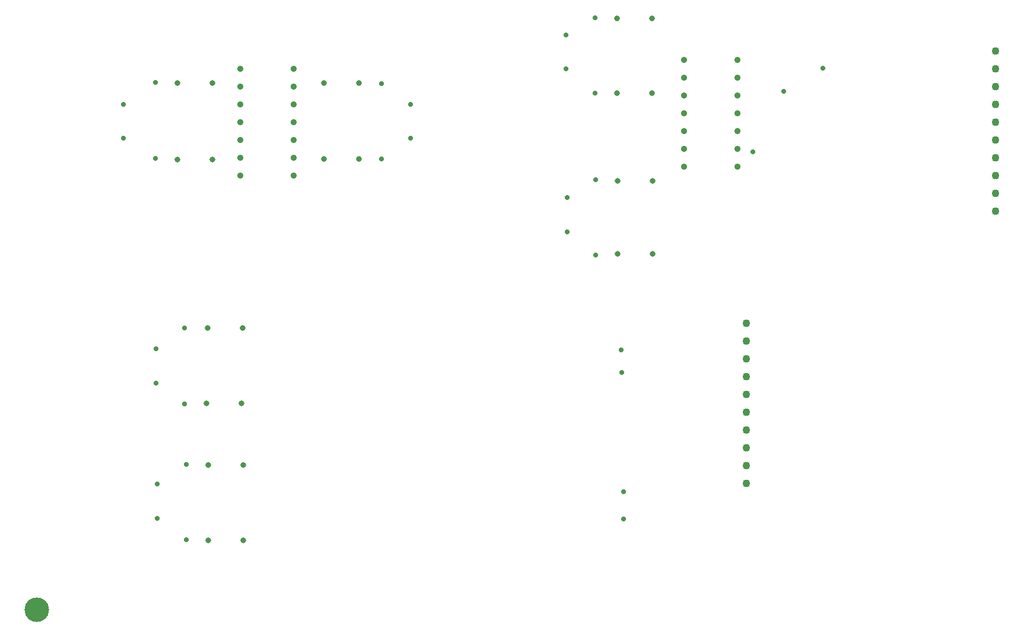
<source format=gbr>
%TF.GenerationSoftware,Altium Limited,Altium Designer,25.8.1 (18)*%
G04 Layer_Color=0*
%FSLAX45Y45*%
%MOMM*%
%TF.SameCoordinates,96F0DE5A-C95F-4AE8-8FAC-F916EA61A14B*%
%TF.FilePolarity,Positive*%
%TF.FileFunction,Plated,1,2,PTH,Drill*%
%TF.Part,Single*%
G01*
G75*
%TA.AperFunction,OtherDrill,Pad Free-5 (4.6mm,4.6mm)*%
%ADD49C,3.50000*%
%TA.AperFunction,ComponentDrill*%
%ADD50C,1.10000*%
%ADD51C,0.70000*%
%ADD52C,0.80000*%
%ADD53C,0.90000*%
%TA.AperFunction,ViaDrill,NotFilled*%
%ADD54C,0.71120*%
D49*
X460000Y460000D02*
D03*
D50*
X14147800Y6654800D02*
D03*
Y6908800D02*
D03*
Y7416800D02*
D03*
Y7924800D02*
D03*
Y8432800D02*
D03*
Y8178800D02*
D03*
Y7670800D02*
D03*
Y7162800D02*
D03*
Y6400800D02*
D03*
Y6146800D02*
D03*
X10591800Y2768600D02*
D03*
Y3022600D02*
D03*
Y3530600D02*
D03*
Y4038600D02*
D03*
Y4546600D02*
D03*
Y4292600D02*
D03*
Y3784600D02*
D03*
Y3276600D02*
D03*
Y2514600D02*
D03*
Y2260600D02*
D03*
D51*
X8426420Y8909299D02*
D03*
Y7829301D02*
D03*
X8439135Y5517901D02*
D03*
Y6597899D02*
D03*
X2571735Y4476999D02*
D03*
Y3397001D02*
D03*
X2184400Y1762603D02*
D03*
Y2250603D02*
D03*
X2594580Y2533899D02*
D03*
Y1453901D02*
D03*
X2152635Y6902201D02*
D03*
Y7982199D02*
D03*
X1701800Y7673503D02*
D03*
Y7185503D02*
D03*
X5799902Y7673503D02*
D03*
Y7185503D02*
D03*
X5380802Y6889501D02*
D03*
Y7969499D02*
D03*
X8016255Y8664103D02*
D03*
Y8176103D02*
D03*
X8028955Y5852003D02*
D03*
Y6340003D02*
D03*
X2161555Y3695700D02*
D03*
Y4183700D02*
D03*
D52*
X8754298Y5537200D02*
D03*
X9254302D02*
D03*
X8754298Y6578600D02*
D03*
X9254302D02*
D03*
X2467798Y6883400D02*
D03*
X2967802D02*
D03*
X2467798Y7975600D02*
D03*
X2967802D02*
D03*
X4563298D02*
D03*
X5063302D02*
D03*
Y6896100D02*
D03*
X4563298D02*
D03*
X2899598Y4483100D02*
D03*
X3399602D02*
D03*
X2886898Y3403600D02*
D03*
X3386902D02*
D03*
X2912298Y1447800D02*
D03*
X3412302D02*
D03*
X8741598Y8902700D02*
D03*
X9241602D02*
D03*
X2912298Y2527300D02*
D03*
X3412302D02*
D03*
X8741598Y7835900D02*
D03*
X9241602D02*
D03*
D53*
X3365500Y8178800D02*
D03*
Y7924800D02*
D03*
Y7670800D02*
D03*
Y7416800D02*
D03*
Y7162800D02*
D03*
Y6908800D02*
D03*
Y6654800D02*
D03*
X4127500Y8178800D02*
D03*
Y7924800D02*
D03*
Y7670800D02*
D03*
Y7416800D02*
D03*
Y7162800D02*
D03*
Y6908800D02*
D03*
Y6654800D02*
D03*
X10464800Y6781800D02*
D03*
Y7035800D02*
D03*
Y7289800D02*
D03*
Y7543800D02*
D03*
Y7797800D02*
D03*
Y8051800D02*
D03*
Y8305800D02*
D03*
X9702800Y6781800D02*
D03*
Y7035800D02*
D03*
Y7289800D02*
D03*
Y7543800D02*
D03*
Y7797800D02*
D03*
Y8051800D02*
D03*
Y8305800D02*
D03*
D54*
X11125200Y7861300D02*
D03*
X10680700Y6997700D02*
D03*
X11684000Y8191500D02*
D03*
X8839200Y1752600D02*
D03*
Y2146300D02*
D03*
X8813800Y3848100D02*
D03*
X8801100Y4165600D02*
D03*
%TF.MD5,62c609b54f6d7132f3e296aa90b525b2*%
M02*

</source>
